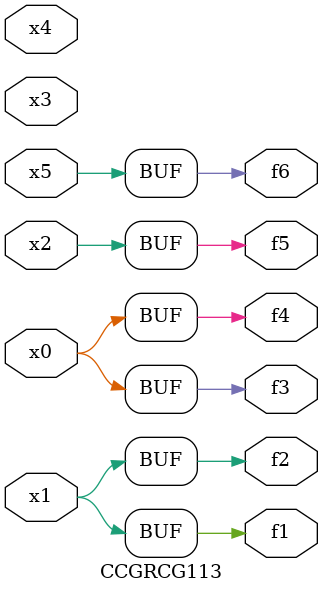
<source format=v>
module CCGRCG113(
	input x0, x1, x2, x3, x4, x5,
	output f1, f2, f3, f4, f5, f6
);
	assign f1 = x1;
	assign f2 = x1;
	assign f3 = x0;
	assign f4 = x0;
	assign f5 = x2;
	assign f6 = x5;
endmodule

</source>
